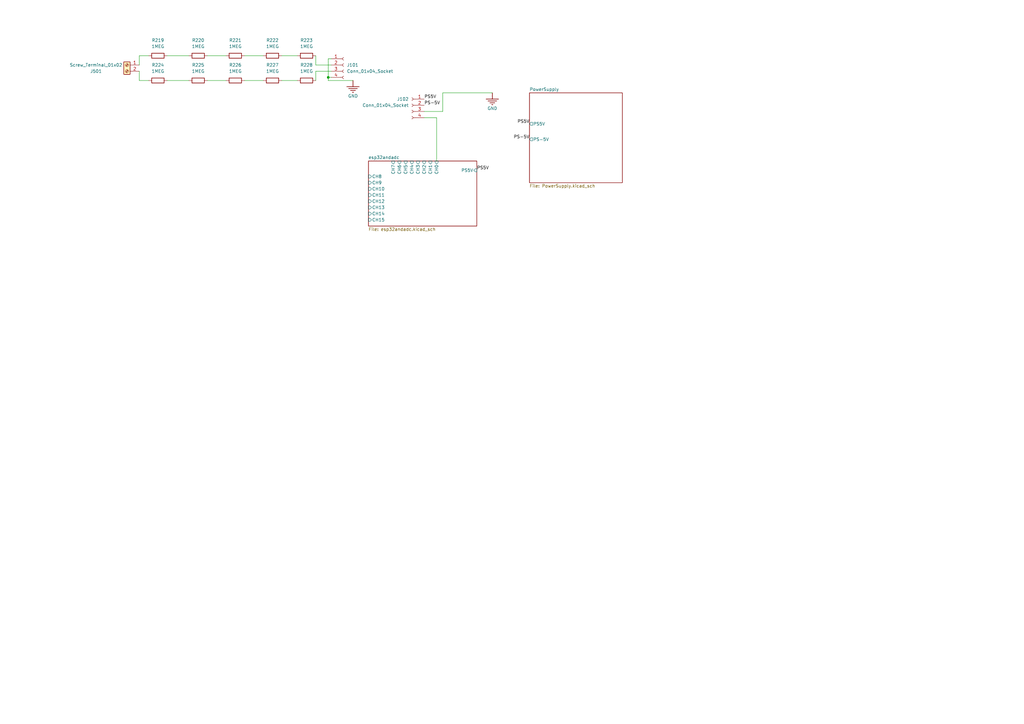
<source format=kicad_sch>
(kicad_sch (version 20231120) (generator "eeschema") (generator_version "8.0")
  (paper "A3")
  (lib_symbols
    (symbol "Connector:Conn_01x04_Socket" (pin_names (offset 1.016) hide)
      (property "Reference" "J" (at 0 5.08 0))
      (property "Value" "Conn_01x04_Socket" (at 0 -7.62 0))
      (symbol "Conn_01x04_Socket_1_1"
        (arc (start 0 -4.572) (mid -0.5058 -5.08) (end 0 -5.588) (stroke (width 0.1524)))
        (arc (start 0 -2.032) (mid -0.5058 -2.54) (end 0 -3.048) (stroke (width 0.1524)))
        (polyline (pts (xy -1.27 -5.08) (xy -0.508 -5.08)) (stroke (width 0.1524)))
        (polyline (pts (xy -1.27 -2.54) (xy -0.508 -2.54)) (stroke (width 0.1524)))
        (polyline (pts (xy -1.27 0) (xy -0.508 0)) (stroke (width 0.1524)))
        (polyline (pts (xy -1.27 2.54) (xy -0.508 2.54)) (stroke (width 0.1524)))
        (arc (start 0 0.508) (mid -0.5058 0) (end 0 -0.508) (stroke (width 0.1524)))
        (arc (start 0 3.048) (mid -0.5058 2.54) (end 0 2.032) (stroke (width 0.1524)))
        (pin passive line (at -5.08 2.54 0) (length 3.81) (name "Pin_1") (number "1"))
        (pin passive line (at -5.08 0 0) (length 3.81) (name "Pin_2") (number "2"))
        (pin passive line (at -5.08 -2.54 0) (length 3.81) (name "Pin_3") (number "3"))
        (pin passive line (at -5.08 -5.08 0) (length 3.81) (name "Pin_4") (number "4"))
      )
    )
    (symbol "Connector:Screw_Terminal_01x02" (pin_names (offset 1.016) hide)
      (property "Reference" "J" (at 0 2.54 0))
      (property "Value" "Screw_Terminal_01x02" (at 0 -5.08 0))
      (symbol "Screw_Terminal_01x02_1_1"
        (rectangle (start -1.27 1.27) (end 1.27 -3.81) (stroke (width 0.254)) (fill (type background)))
        (circle (center 0 -2.54) (radius 0.635) (stroke (width 0.1524)))
        (polyline (pts (xy -0.5334 -2.2098) (xy 0.3302 -3.048)) (stroke (width 0.1524)))
        (polyline (pts (xy -0.5334 0.3302) (xy 0.3302 -0.508)) (stroke (width 0.1524)))
        (polyline (pts (xy -0.3556 -2.032) (xy 0.508 -2.8702)) (stroke (width 0.1524)))
        (polyline (pts (xy -0.3556 0.508) (xy 0.508 -0.3302)) (stroke (width 0.1524)))
        (circle (center 0 0) (radius 0.635) (stroke (width 0.1524)))
        (pin passive line (at -5.08 0 0) (length 3.81) (name "Pin_1") (number "1"))
        (pin passive line (at -5.08 -2.54 0) (length 3.81) (name "Pin_2") (number "2"))
      )
    )
    (symbol "Device:R" (pin_numbers hide) (pin_names (offset 0))
      (property "Reference" "R" (at 2.032 0 90))
      (property "Value" "R" (at 0 0 90))
      (symbol "R_0_1"
        (rectangle (start -1.016 -2.54) (end 1.016 2.54) (stroke (width 0.254)))
      )
      (symbol "R_1_1"
        (pin passive line (at 0 3.81 270) (length 1.27) (name "~") (number "1"))
        (pin passive line (at 0 -3.81 90) (length 1.27) (name "~") (number "2"))
      )
    )
    (symbol "DifferentialProbe-altium-import:GND" (power)
      (property "Reference" "#PWR" (at 0 0 0))
      (property "Value" "GND" (at 0 6.35 0))
      (symbol "GND_0_0"
        (polyline (pts (xy -2.54 -2.54) (xy 2.54 -2.54)) (stroke (width 0.254)))
        (polyline (pts (xy -1.778 -3.302) (xy 1.778 -3.302)) (stroke (width 0.254)))
        (polyline (pts (xy -1.016 -4.064) (xy 1.016 -4.064)) (stroke (width 0.254)))
        (polyline (pts (xy -0.254 -4.826) (xy 0.254 -4.826)) (stroke (width 0.254)))
        (polyline (pts (xy 0 0) (xy 0 -2.54)) (stroke (width 0.254)))
        (pin power_in line (at 0 0 0) (length 0) hide (name "GND") (number ""))
      )
    )
  )
  (junction (at 134.62 31.75))
  (wire (pts (xy 85.09 22.86) (xy 92.71 22.86)))
  (wire (pts (xy 135.89 24.13) (xy 134.62 24.13)))
  (wire (pts (xy 129.54 26.67) (xy 135.89 26.67)))
  (wire (pts (xy 129.54 22.86) (xy 129.54 26.67)))
  (wire (pts (xy 134.62 31.75) (xy 135.89 31.75)))
  (wire (pts (xy 85.09 33.02) (xy 92.71 33.02)))
  (wire (pts (xy 57.15 29.21) (xy 57.15 33.02)))
  (wire (pts (xy 135.89 29.21) (xy 129.54 29.21)))
  (wire (pts (xy 179.07 48.26) (xy 173.99 48.26)))
  (wire (pts (xy 181.61 45.72) (xy 181.61 38.1)))
  (wire (pts (xy 57.15 33.02) (xy 60.96 33.02)))
  (wire (pts (xy 115.57 22.86) (xy 121.92 22.86)))
  (wire (pts (xy 134.62 24.13) (xy 134.62 31.75)))
  (wire (pts (xy 57.15 26.67) (xy 57.15 22.86)))
  (wire (pts (xy 134.62 31.75) (xy 134.62 33.02)))
  (wire (pts (xy 100.33 33.02) (xy 107.95 33.02)))
  (wire (pts (xy 181.61 38.1) (xy 201.93 38.1)))
  (wire (pts (xy 134.62 33.02) (xy 144.78 33.02)))
  (wire (pts (xy 68.58 22.86) (xy 77.47 22.86)))
  (wire (pts (xy 57.15 22.86) (xy 60.96 22.86)))
  (wire (pts (xy 115.57 33.02) (xy 121.92 33.02)))
  (wire (pts (xy 129.54 29.21) (xy 129.54 33.02)))
  (wire (pts (xy 100.33 22.86) (xy 107.95 22.86)))
  (wire (pts (xy 68.58 33.02) (xy 77.47 33.02)))
  (wire (pts (xy 173.99 45.72) (xy 181.61 45.72)))
  (wire (pts (xy 179.07 66.04) (xy 179.07 48.26)))
  (label "PS5V" (at 173.99 40.64 0))
  (label "PS-5V" (at 217.17 57.15 180))
  (label "PS-5V" (at 173.99 43.18 0))
  (label "PS5V" (at 217.17 50.8 180))
  (label "PS5V" (at 195.58 69.85 0))
  (symbol (lib_id "Device:R") (at 125.73 22.86 90) (unit 1)
    (property "Reference" "R223" (at 125.73 16.51 90))
    (property "Value" "1MEG" (at 125.73 19.05 90))
    (property "Footprint" "Resistor_SMD:R_1206_3216Metric" (effects (hide yes)))
    (property "Description" "Resistor" (effects (hide yes)))
  )
  (symbol (lib_id "DifferentialProbe-altium-import:GND") (at 201.93 38.1 0) (unit 1)
    (property "Reference" "#PWR038" (effects (hide yes)))
    (property "Value" "GND" (at 201.93 44.45 0))
  )
  (symbol (lib_id "Device:R") (at 111.76 33.02 90) (unit 1)
    (property "Reference" "R227" (at 111.76 26.67 90))
    (property "Value" "1MEG" (at 111.76 29.21 90))
    (property "Footprint" "Resistor_SMD:R_1206_3216Metric" (effects (hide yes)))
    (property "Description" "Resistor" (effects (hide yes)))
  )
  (symbol (lib_id "Connector:Conn_01x04_Socket") (at 140.97 26.67 0) (unit 1)
    (property "Reference" "J101" (at 142.24 26.67 0) (effects (justify left)))
    (property "Value" "Conn_01x04_Socket" (at 142.24 29.21 0) (effects (justify left)))
    (property "Footprint" "Connector_PinHeader_2.54mm:PinHeader_1x04_P2.54mm_Vertical" (effects (hide yes)))
  )
  (symbol (lib_id "Device:R") (at 125.73 33.02 90) (unit 1)
    (property "Reference" "R228" (at 125.73 26.67 90))
    (property "Value" "1MEG" (at 125.73 29.21 90))
    (property "Footprint" "Resistor_SMD:R_1206_3216Metric" (effects (hide yes)))
    (property "Description" "Resistor" (effects (hide yes)))
  )
  (symbol (lib_id "Device:R") (at 111.76 22.86 90) (unit 1)
    (property "Reference" "R222" (at 111.76 16.51 90))
    (property "Value" "1MEG" (at 111.76 19.05 90))
    (property "Footprint" "Resistor_SMD:R_1206_3216Metric" (effects (hide yes)))
    (property "Description" "Resistor" (effects (hide yes)))
  )
  (symbol (lib_id "DifferentialProbe-altium-import:GND") (at 144.78 33.02 0) (unit 1)
    (property "Reference" "#PWR037" (effects (hide yes)))
    (property "Value" "GND" (at 144.78 39.37 0))
  )
  (symbol (lib_id "Device:R") (at 64.77 33.02 90) (unit 1)
    (property "Reference" "R224" (at 64.77 26.67 90))
    (property "Value" "1MEG" (at 64.77 29.21 90))
    (property "Footprint" "Resistor_SMD:R_1206_3216Metric" (effects (hide yes)))
    (property "Description" "Resistor" (effects (hide yes)))
  )
  (symbol (lib_id "Device:R") (at 81.28 33.02 90) (unit 1)
    (property "Reference" "R225" (at 81.28 26.67 90))
    (property "Value" "1MEG" (at 81.28 29.21 90))
    (property "Footprint" "Resistor_SMD:R_1206_3216Metric" (effects (hide yes)))
    (property "Description" "Resistor" (effects (hide yes)))
  )
  (symbol (lib_id "Connector:Conn_01x04_Socket") (at 168.91 43.18 0) (mirror y) (unit 1)
    (property "Reference" "J102" (at 167.64 40.64 0) (effects (justify left)))
    (property "Value" "Conn_01x04_Socket" (at 167.64 43.18 0) (effects (justify left)))
    (property "Footprint" "Connector_PinHeader_2.54mm:PinHeader_1x04_P2.54mm_Vertical" (effects (hide yes)))
  )
  (symbol (lib_id "Device:R") (at 64.77 22.86 90) (unit 1)
    (property "Reference" "R219" (at 64.77 16.51 90))
    (property "Value" "1MEG" (at 64.77 19.05 90))
    (property "Footprint" "Resistor_SMD:R_1206_3216Metric" (effects (hide yes)))
    (property "Description" "Resistor" (effects (hide yes)))
  )
  (symbol (lib_id "Connector:Screw_Terminal_01x02") (at 52.07 26.67 0) (mirror y) (unit 1)
    (property "Reference" "J501" (at 39.37 29.21 0))
    (property "Value" "Screw_Terminal_01x02" (at 39.37 26.67 0))
    (property "Footprint" "Connector_Phoenix_GMSTB:PhoenixContact_GMSTBA_2,5_2-G-7,62_1x02_P7.62mm_Horizontal" (effects (hide yes)))
  )
  (symbol (lib_id "Device:R") (at 96.52 33.02 90) (unit 1)
    (property "Reference" "R226" (at 96.52 26.67 90))
    (property "Value" "1MEG" (at 96.52 29.21 90))
    (property "Footprint" "Resistor_SMD:R_1206_3216Metric" (effects (hide yes)))
    (property "Description" "Resistor" (effects (hide yes)))
  )
  (symbol (lib_id "Device:R") (at 96.52 22.86 90) (unit 1)
    (property "Reference" "R221" (at 96.52 16.51 90))
    (property "Value" "1MEG" (at 96.52 19.05 90))
    (property "Footprint" "Resistor_SMD:R_1206_3216Metric" (effects (hide yes)))
    (property "Description" "Resistor" (effects (hide yes)))
  )
  (symbol (lib_id "Device:R") (at 81.28 22.86 90) (unit 1)
    (property "Reference" "R220" (at 81.28 16.51 90))
    (property "Value" "1MEG" (at 81.28 19.05 90))
    (property "Footprint" "Resistor_SMD:R_1206_3216Metric" (effects (hide yes)))
    (property "Description" "Resistor" (effects (hide yes)))
  )
  (sheet (at 151.13 66.04) (size 44.45 26.67) (stroke (width 0.1524))
    (property "Sheetname" "esp32andadc" (at 151.13 65.3284 0) (effects (justify left bottom)))
    (property "Sheetfile" "esp32andadc.kicad_sch" (at 151.13 93.2946 0) (effects (justify left top)))
    (pin "CH15" input (at 151.13 90.17 180))
    (pin "CH13" input (at 151.13 85.09 180))
    (pin "CH12" input (at 151.13 82.55 180))
    (pin "CH14" input (at 151.13 87.63 180))
    (pin "CH8" input (at 151.13 72.39 180))
    (pin "CH11" input (at 151.13 80.01 180))
    (pin "CH10" input (at 151.13 77.47 180))
    (pin "CH9" input (at 151.13 74.93 180))
    (pin "CH1" input (at 176.53 66.04 90))
    (pin "CH3" input (at 171.45 66.04 90))
    (pin "CH5" input (at 166.37 66.04 90))
    (pin "CH0" input (at 179.07 66.04 90))
    (pin "CH7" input (at 161.29 66.04 90))
    (pin "CH4" input (at 168.91 66.04 90))
    (pin "CH2" input (at 173.99 66.04 90))
    (pin "CH6" input (at 163.83 66.04 90))
    (pin "PS5V" input (at 195.58 69.85 0))
  )
  (sheet (at 217.17 38.1) (size 38.1 36.83) (stroke (width 0.1524))
    (property "Sheetname" "PowerSupply" (at 217.17 37.3884 0) (effects (justify left bottom)))
    (property "Sheetfile" "PowerSupply.kicad_sch" (at 217.17 75.5146 0) (effects (justify left top)))
    (pin "PS-5V" output (at 217.17 57.15 180))
    (pin "PS5V" output (at 217.17 50.8 180))
  )
)
</source>
